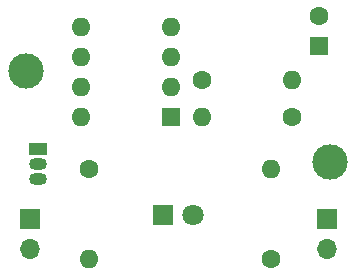
<source format=gbr>
%TF.GenerationSoftware,KiCad,Pcbnew,8.0.5*%
%TF.CreationDate,2025-07-23T12:06:58+02:00*%
%TF.ProjectId,LED_FADER,4c45445f-4641-4444-9552-2e6b69636164,rev?*%
%TF.SameCoordinates,Original*%
%TF.FileFunction,Soldermask,Bot*%
%TF.FilePolarity,Negative*%
%FSLAX46Y46*%
G04 Gerber Fmt 4.6, Leading zero omitted, Abs format (unit mm)*
G04 Created by KiCad (PCBNEW 8.0.5) date 2025-07-23 12:06:58*
%MOMM*%
%LPD*%
G01*
G04 APERTURE LIST*
%ADD10C,3.000000*%
%ADD11C,1.600000*%
%ADD12O,1.600000X1.600000*%
%ADD13R,1.600000X1.600000*%
%ADD14O,1.500000X1.050000*%
%ADD15R,1.500000X1.050000*%
%ADD16R,1.700000X1.700000*%
%ADD17O,1.700000X1.700000*%
%ADD18R,1.800000X1.800000*%
%ADD19C,1.800000*%
G04 APERTURE END LIST*
D10*
%TO.C,REF\u002A\u002A*%
X150550000Y-107840000D03*
%TD*%
D11*
%TO.C,R1*%
X145490000Y-116040000D03*
D12*
X145490000Y-108420000D03*
%TD*%
%TO.C,U1*%
X129410000Y-104070000D03*
X129410000Y-101530000D03*
X129410000Y-98990000D03*
X129410000Y-96450000D03*
X137030000Y-96450000D03*
X137030000Y-98990000D03*
X137030000Y-101530000D03*
D13*
X137030000Y-104070000D03*
%TD*%
D14*
%TO.C,U2*%
X125780000Y-109320000D03*
X125780000Y-108050000D03*
D15*
X125780000Y-106780000D03*
%TD*%
D11*
%TO.C,R4*%
X130110000Y-108440000D03*
D12*
X130110000Y-116060000D03*
%TD*%
D10*
%TO.C,REF\u002A\u002A*%
X124800000Y-100170000D03*
%TD*%
D16*
%TO.C,J3*%
X125110000Y-112705000D03*
D17*
X125110000Y-115245000D03*
%TD*%
D18*
%TO.C,D1*%
X136400000Y-112310000D03*
D19*
X138940000Y-112310000D03*
%TD*%
D11*
%TO.C,R2*%
X147300000Y-104010000D03*
D12*
X139680000Y-104010000D03*
%TD*%
D11*
%TO.C,C1*%
X149590000Y-95510000D03*
D13*
X149590000Y-98010000D03*
%TD*%
D12*
%TO.C,R3*%
X147280000Y-100870000D03*
D11*
X139660000Y-100870000D03*
%TD*%
D16*
%TO.C,J2*%
X150280000Y-112665000D03*
D17*
X150280000Y-115205000D03*
%TD*%
M02*

</source>
